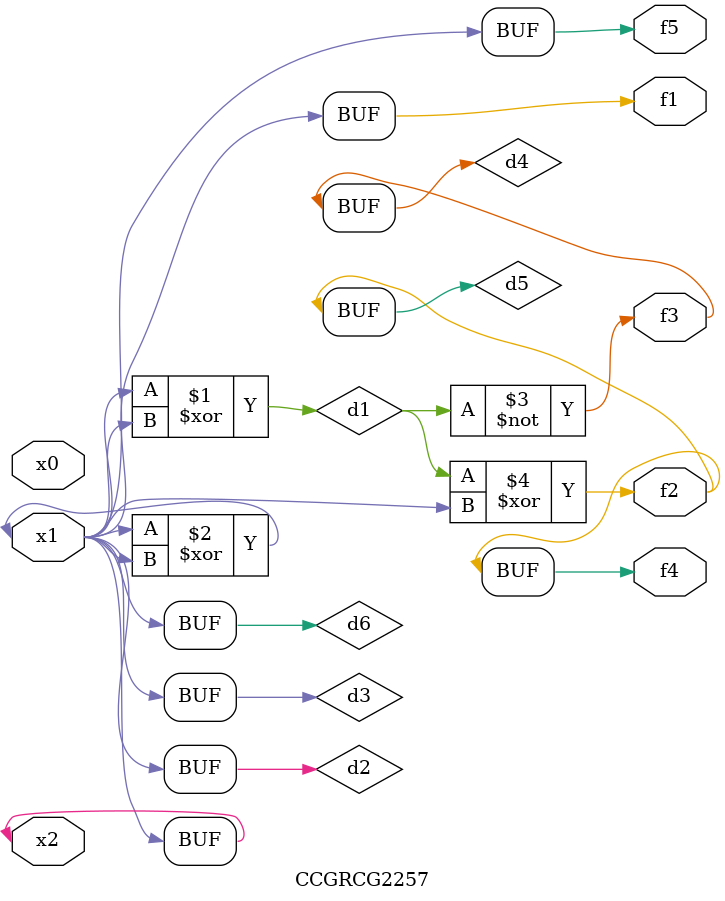
<source format=v>
module CCGRCG2257(
	input x0, x1, x2,
	output f1, f2, f3, f4, f5
);

	wire d1, d2, d3, d4, d5, d6;

	xor (d1, x1, x2);
	buf (d2, x1, x2);
	xor (d3, x1, x2);
	nor (d4, d1);
	xor (d5, d1, d2);
	buf (d6, d2, d3);
	assign f1 = d6;
	assign f2 = d5;
	assign f3 = d4;
	assign f4 = d5;
	assign f5 = d6;
endmodule

</source>
